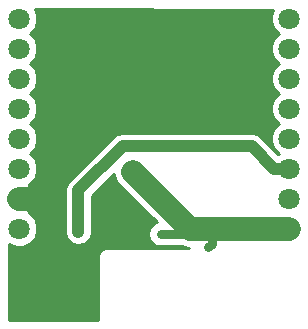
<source format=gbr>
G04 #@! TF.GenerationSoftware,KiCad,Pcbnew,(5.0.0)*
G04 #@! TF.CreationDate,2018-11-11T21:07:20+01:00*
G04 #@! TF.ProjectId,Platine,506C6174696E652E6B696361645F7063,rev?*
G04 #@! TF.SameCoordinates,Original*
G04 #@! TF.FileFunction,Copper,L2,Bot,Signal*
G04 #@! TF.FilePolarity,Positive*
%FSLAX46Y46*%
G04 Gerber Fmt 4.6, Leading zero omitted, Abs format (unit mm)*
G04 Created by KiCad (PCBNEW (5.0.0)) date 11/11/18 21:07:20*
%MOMM*%
%LPD*%
G01*
G04 APERTURE LIST*
G04 #@! TA.AperFunction,ComponentPad*
%ADD10C,1.800000*%
G04 #@! TD*
G04 #@! TA.AperFunction,ViaPad*
%ADD11C,0.600000*%
G04 #@! TD*
G04 #@! TA.AperFunction,Conductor*
%ADD12C,2.000000*%
G04 #@! TD*
G04 #@! TA.AperFunction,Conductor*
%ADD13C,0.800000*%
G04 #@! TD*
G04 #@! TA.AperFunction,Conductor*
%ADD14C,0.600000*%
G04 #@! TD*
G04 #@! TA.AperFunction,Conductor*
%ADD15C,1.000000*%
G04 #@! TD*
G04 #@! TA.AperFunction,Conductor*
%ADD16C,0.254000*%
G04 #@! TD*
G04 APERTURE END LIST*
D10*
G04 #@! TO.P,U1,16*
G04 #@! TO.N,+3V3*
X160020000Y-90170000D03*
G04 #@! TO.P,U1,1*
G04 #@! TO.N,+5V*
X137160000Y-90170000D03*
G04 #@! TO.P,U1,15*
G04 #@! TO.N,Net-(R3-Pad2)*
X160020000Y-87630000D03*
G04 #@! TO.P,U1,2*
G04 #@! TO.N,GND*
X137160000Y-87630000D03*
G04 #@! TO.P,U1,14*
G04 #@! TO.N,Net-(J6-Pad1)*
X160020000Y-85090000D03*
G04 #@! TO.P,U1,3*
G04 #@! TO.N,Net-(J7-Pad1)*
X137160000Y-85090000D03*
G04 #@! TO.P,U1,13*
G04 #@! TO.N,Net-(R4-Pad1)*
X160020000Y-82550000D03*
G04 #@! TO.P,U1,4*
G04 #@! TO.N,Net-(J9-Pad1)*
X137160000Y-82550000D03*
G04 #@! TO.P,U1,12*
G04 #@! TO.N,Net-(J13-Pad1)*
X160020000Y-80010000D03*
G04 #@! TO.P,U1,5*
G04 #@! TO.N,N/C*
X137160000Y-80010000D03*
G04 #@! TO.P,U1,11*
X160020000Y-77470000D03*
G04 #@! TO.P,U1,6*
G04 #@! TO.N,Net-(R6-Pad2)*
X137160000Y-77470000D03*
G04 #@! TO.P,U1,10*
G04 #@! TO.N,Net-(C1-Pad1)*
X160020000Y-74930000D03*
G04 #@! TO.P,U1,7*
G04 #@! TO.N,Net-(J20-Pad1)*
X137160000Y-74930000D03*
G04 #@! TO.P,U1,9*
G04 #@! TO.N,N/C*
X160020000Y-72390000D03*
G04 #@! TO.P,U1,8*
G04 #@! TO.N,Net-(J21-Pad1)*
X137160000Y-72390000D03*
G04 #@! TD*
D11*
G04 #@! TO.N,+3V3*
X153162000Y-91757500D03*
X149161500Y-90614500D03*
X146812000Y-84836000D03*
X146812000Y-84836000D03*
X146812000Y-84836000D03*
X146812000Y-84836000D03*
X146812000Y-84836000D03*
X146812000Y-84836000D03*
X146812000Y-84836000D03*
X146812000Y-85344000D03*
X146812000Y-84836000D03*
X146812000Y-84836000D03*
X147256500Y-85090000D03*
X146812000Y-84836000D03*
X146812000Y-84836000D03*
X146367500Y-85090000D03*
G04 #@! TO.N,GND*
X150812500Y-79184500D03*
X139954000Y-79756000D03*
X151384000Y-79184500D03*
X151955500Y-79184500D03*
X151384000Y-76835000D03*
X150812500Y-76835000D03*
X151955500Y-76835000D03*
G04 #@! TO.N,Net-(J6-Pad1)*
X142176500Y-90424000D03*
G04 #@! TD*
D12*
G04 #@! TO.N,+3V3*
X151638000Y-90170000D02*
X146812000Y-85344000D01*
D13*
X151193500Y-90614500D02*
X151638000Y-90170000D01*
X149161500Y-90614500D02*
X151193500Y-90614500D01*
X153461999Y-90505001D02*
X153797000Y-90170000D01*
X153461999Y-91457501D02*
X153461999Y-90505001D01*
X153162000Y-91757500D02*
X153461999Y-91457501D01*
D12*
X160020000Y-90170000D02*
X153797000Y-90170000D01*
X153797000Y-90170000D02*
X151638000Y-90170000D01*
G04 #@! TO.N,GND*
X151384000Y-77851000D02*
X148211792Y-77851000D01*
X138432792Y-87630000D02*
X137160000Y-87630000D01*
D14*
X142941292Y-82743292D02*
X142941292Y-83121500D01*
X139954000Y-79756000D02*
X142941292Y-82743292D01*
D12*
X148211792Y-77851000D02*
X142941292Y-83121500D01*
X142941292Y-83121500D02*
X138432792Y-87630000D01*
D15*
G04 #@! TO.N,Net-(J6-Pad1)*
X158747208Y-85090000D02*
X156842208Y-83185000D01*
X160020000Y-85090000D02*
X158747208Y-85090000D01*
X156842208Y-83185000D02*
X145923000Y-83185000D01*
X145923000Y-83185000D02*
X142176500Y-86931500D01*
X142176500Y-86931500D02*
X142176500Y-90424000D01*
G04 #@! TD*
D16*
G04 #@! TO.N,GND*
G36*
X158676845Y-71621517D02*
X158485000Y-72084670D01*
X158485000Y-72695330D01*
X158718690Y-73259507D01*
X159119183Y-73660000D01*
X158718690Y-74060493D01*
X158485000Y-74624670D01*
X158485000Y-75235330D01*
X158718690Y-75799507D01*
X159119183Y-76200000D01*
X158718690Y-76600493D01*
X158485000Y-77164670D01*
X158485000Y-77775330D01*
X158718690Y-78339507D01*
X159119183Y-78740000D01*
X158718690Y-79140493D01*
X158485000Y-79704670D01*
X158485000Y-80315330D01*
X158718690Y-80879507D01*
X159119183Y-81280000D01*
X158718690Y-81680493D01*
X158485000Y-82244670D01*
X158485000Y-82855330D01*
X158718690Y-83419507D01*
X159119183Y-83820000D01*
X159100761Y-83838422D01*
X157723821Y-82461482D01*
X157660497Y-82366711D01*
X157285063Y-82115854D01*
X156953991Y-82050000D01*
X156842208Y-82027765D01*
X156730425Y-82050000D01*
X146034782Y-82050000D01*
X145922999Y-82027765D01*
X145480145Y-82115854D01*
X145104711Y-82366711D01*
X145041389Y-82461479D01*
X141452982Y-86049887D01*
X141358211Y-86113211D01*
X141175771Y-86386253D01*
X141107354Y-86488646D01*
X141019265Y-86931500D01*
X141041500Y-87043283D01*
X141041501Y-90535783D01*
X141107355Y-90866855D01*
X141358212Y-91242289D01*
X141733646Y-91493146D01*
X142176500Y-91581235D01*
X142619355Y-91493146D01*
X142994789Y-91242289D01*
X143245646Y-90866855D01*
X143311500Y-90535783D01*
X143311500Y-87401631D01*
X145182160Y-85530971D01*
X145271865Y-85981945D01*
X145542015Y-86386253D01*
X148789067Y-89633305D01*
X148757663Y-89639552D01*
X148415307Y-89868307D01*
X148186552Y-90210663D01*
X148106224Y-90614500D01*
X148186552Y-91018337D01*
X148415307Y-91360693D01*
X148757663Y-91589448D01*
X149059565Y-91649500D01*
X150909306Y-91649500D01*
X151000054Y-91710136D01*
X151561428Y-91821800D01*
X144593462Y-91821800D01*
X144526000Y-91808381D01*
X144458539Y-91821800D01*
X144458538Y-91821800D01*
X144258727Y-91861545D01*
X144032143Y-92012943D01*
X143880745Y-92239527D01*
X143827581Y-92506800D01*
X143841001Y-92574267D01*
X143841000Y-97867000D01*
X136321000Y-97867000D01*
X136321000Y-91483946D01*
X136854670Y-91705000D01*
X137465330Y-91705000D01*
X138029507Y-91471310D01*
X138461310Y-91039507D01*
X138695000Y-90475330D01*
X138695000Y-89864670D01*
X138461310Y-89300493D01*
X138029507Y-88868690D01*
X138009885Y-88860562D01*
X138060554Y-88710159D01*
X137160000Y-87809605D01*
X137145858Y-87823748D01*
X136966253Y-87644143D01*
X136980395Y-87630000D01*
X137339605Y-87630000D01*
X138240159Y-88530554D01*
X138496643Y-88444148D01*
X138706458Y-87870664D01*
X138680839Y-87260540D01*
X138496643Y-86815852D01*
X138240159Y-86729446D01*
X137339605Y-87630000D01*
X136980395Y-87630000D01*
X136966253Y-87615858D01*
X137145858Y-87436253D01*
X137160000Y-87450395D01*
X138060554Y-86549841D01*
X138009885Y-86399438D01*
X138029507Y-86391310D01*
X138461310Y-85959507D01*
X138695000Y-85395330D01*
X138695000Y-84784670D01*
X138461310Y-84220493D01*
X138060817Y-83820000D01*
X138461310Y-83419507D01*
X138695000Y-82855330D01*
X138695000Y-82244670D01*
X138461310Y-81680493D01*
X138060817Y-81280000D01*
X138461310Y-80879507D01*
X138695000Y-80315330D01*
X138695000Y-79704670D01*
X138461310Y-79140493D01*
X138060817Y-78740000D01*
X138461310Y-78339507D01*
X138695000Y-77775330D01*
X138695000Y-77164670D01*
X138461310Y-76600493D01*
X138060817Y-76200000D01*
X138461310Y-75799507D01*
X138695000Y-75235330D01*
X138695000Y-74624670D01*
X138461310Y-74060493D01*
X138060817Y-73660000D01*
X138461310Y-73259507D01*
X138695000Y-72695330D01*
X138695000Y-72084670D01*
X138482399Y-71571406D01*
X158676845Y-71621517D01*
X158676845Y-71621517D01*
G37*
X158676845Y-71621517D02*
X158485000Y-72084670D01*
X158485000Y-72695330D01*
X158718690Y-73259507D01*
X159119183Y-73660000D01*
X158718690Y-74060493D01*
X158485000Y-74624670D01*
X158485000Y-75235330D01*
X158718690Y-75799507D01*
X159119183Y-76200000D01*
X158718690Y-76600493D01*
X158485000Y-77164670D01*
X158485000Y-77775330D01*
X158718690Y-78339507D01*
X159119183Y-78740000D01*
X158718690Y-79140493D01*
X158485000Y-79704670D01*
X158485000Y-80315330D01*
X158718690Y-80879507D01*
X159119183Y-81280000D01*
X158718690Y-81680493D01*
X158485000Y-82244670D01*
X158485000Y-82855330D01*
X158718690Y-83419507D01*
X159119183Y-83820000D01*
X159100761Y-83838422D01*
X157723821Y-82461482D01*
X157660497Y-82366711D01*
X157285063Y-82115854D01*
X156953991Y-82050000D01*
X156842208Y-82027765D01*
X156730425Y-82050000D01*
X146034782Y-82050000D01*
X145922999Y-82027765D01*
X145480145Y-82115854D01*
X145104711Y-82366711D01*
X145041389Y-82461479D01*
X141452982Y-86049887D01*
X141358211Y-86113211D01*
X141175771Y-86386253D01*
X141107354Y-86488646D01*
X141019265Y-86931500D01*
X141041500Y-87043283D01*
X141041501Y-90535783D01*
X141107355Y-90866855D01*
X141358212Y-91242289D01*
X141733646Y-91493146D01*
X142176500Y-91581235D01*
X142619355Y-91493146D01*
X142994789Y-91242289D01*
X143245646Y-90866855D01*
X143311500Y-90535783D01*
X143311500Y-87401631D01*
X145182160Y-85530971D01*
X145271865Y-85981945D01*
X145542015Y-86386253D01*
X148789067Y-89633305D01*
X148757663Y-89639552D01*
X148415307Y-89868307D01*
X148186552Y-90210663D01*
X148106224Y-90614500D01*
X148186552Y-91018337D01*
X148415307Y-91360693D01*
X148757663Y-91589448D01*
X149059565Y-91649500D01*
X150909306Y-91649500D01*
X151000054Y-91710136D01*
X151561428Y-91821800D01*
X144593462Y-91821800D01*
X144526000Y-91808381D01*
X144458539Y-91821800D01*
X144458538Y-91821800D01*
X144258727Y-91861545D01*
X144032143Y-92012943D01*
X143880745Y-92239527D01*
X143827581Y-92506800D01*
X143841001Y-92574267D01*
X143841000Y-97867000D01*
X136321000Y-97867000D01*
X136321000Y-91483946D01*
X136854670Y-91705000D01*
X137465330Y-91705000D01*
X138029507Y-91471310D01*
X138461310Y-91039507D01*
X138695000Y-90475330D01*
X138695000Y-89864670D01*
X138461310Y-89300493D01*
X138029507Y-88868690D01*
X138009885Y-88860562D01*
X138060554Y-88710159D01*
X137160000Y-87809605D01*
X137145858Y-87823748D01*
X136966253Y-87644143D01*
X136980395Y-87630000D01*
X137339605Y-87630000D01*
X138240159Y-88530554D01*
X138496643Y-88444148D01*
X138706458Y-87870664D01*
X138680839Y-87260540D01*
X138496643Y-86815852D01*
X138240159Y-86729446D01*
X137339605Y-87630000D01*
X136980395Y-87630000D01*
X136966253Y-87615858D01*
X137145858Y-87436253D01*
X137160000Y-87450395D01*
X138060554Y-86549841D01*
X138009885Y-86399438D01*
X138029507Y-86391310D01*
X138461310Y-85959507D01*
X138695000Y-85395330D01*
X138695000Y-84784670D01*
X138461310Y-84220493D01*
X138060817Y-83820000D01*
X138461310Y-83419507D01*
X138695000Y-82855330D01*
X138695000Y-82244670D01*
X138461310Y-81680493D01*
X138060817Y-81280000D01*
X138461310Y-80879507D01*
X138695000Y-80315330D01*
X138695000Y-79704670D01*
X138461310Y-79140493D01*
X138060817Y-78740000D01*
X138461310Y-78339507D01*
X138695000Y-77775330D01*
X138695000Y-77164670D01*
X138461310Y-76600493D01*
X138060817Y-76200000D01*
X138461310Y-75799507D01*
X138695000Y-75235330D01*
X138695000Y-74624670D01*
X138461310Y-74060493D01*
X138060817Y-73660000D01*
X138461310Y-73259507D01*
X138695000Y-72695330D01*
X138695000Y-72084670D01*
X138482399Y-71571406D01*
X158676845Y-71621517D01*
G04 #@! TD*
M02*

</source>
